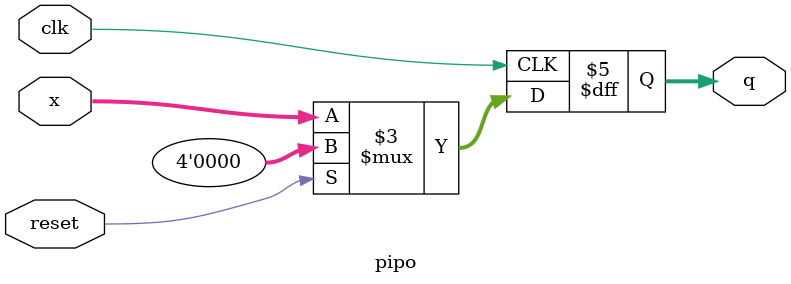
<source format=sv>
module pipo(input [3:0]x,input clk,reset,output reg [3:0] q);
  
  always@(posedge clk)
   begin
     if(reset)
       begin
        q=4'b0;
       end
     
     else
       begin
         q=x;
       end
     
   end
    
endmodule

</source>
